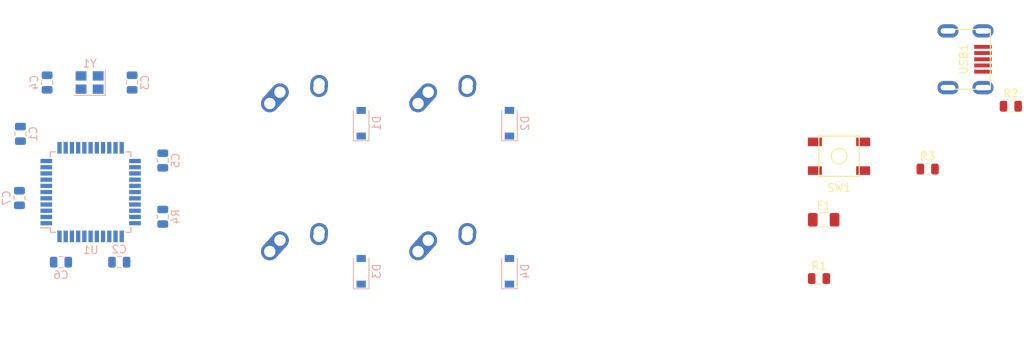
<source format=kicad_pcb>
(kicad_pcb (version 20171130) (host pcbnew "(5.1.4)-1")

  (general
    (thickness 1.6)
    (drawings 0)
    (tracks 0)
    (zones 0)
    (modules 24)
    (nets 49)
  )

  (page A4)
  (layers
    (0 F.Cu signal)
    (31 B.Cu signal)
    (32 B.Adhes user)
    (33 F.Adhes user)
    (34 B.Paste user)
    (35 F.Paste user)
    (36 B.SilkS user)
    (37 F.SilkS user)
    (38 B.Mask user)
    (39 F.Mask user)
    (40 Dwgs.User user)
    (41 Cmts.User user)
    (42 Eco1.User user)
    (43 Eco2.User user)
    (44 Edge.Cuts user)
    (45 Margin user)
    (46 B.CrtYd user)
    (47 F.CrtYd user)
    (48 B.Fab user)
    (49 F.Fab user)
  )

  (setup
    (last_trace_width 0.25)
    (trace_clearance 0.2)
    (zone_clearance 0.508)
    (zone_45_only no)
    (trace_min 0.2)
    (via_size 0.8)
    (via_drill 0.4)
    (via_min_size 0.4)
    (via_min_drill 0.3)
    (uvia_size 0.3)
    (uvia_drill 0.1)
    (uvias_allowed no)
    (uvia_min_size 0.2)
    (uvia_min_drill 0.1)
    (edge_width 0.05)
    (segment_width 0.2)
    (pcb_text_width 0.3)
    (pcb_text_size 1.5 1.5)
    (mod_edge_width 0.12)
    (mod_text_size 1 1)
    (mod_text_width 0.15)
    (pad_size 1.524 1.524)
    (pad_drill 0.762)
    (pad_to_mask_clearance 0.051)
    (solder_mask_min_width 0.25)
    (aux_axis_origin 0 0)
    (visible_elements 7FFFFFFF)
    (pcbplotparams
      (layerselection 0x010fc_ffffffff)
      (usegerberextensions false)
      (usegerberattributes false)
      (usegerberadvancedattributes false)
      (creategerberjobfile false)
      (excludeedgelayer true)
      (linewidth 0.100000)
      (plotframeref false)
      (viasonmask false)
      (mode 1)
      (useauxorigin false)
      (hpglpennumber 1)
      (hpglpenspeed 20)
      (hpglpendiameter 15.000000)
      (psnegative false)
      (psa4output false)
      (plotreference true)
      (plotvalue true)
      (plotinvisibletext false)
      (padsonsilk false)
      (subtractmaskfromsilk false)
      (outputformat 1)
      (mirror false)
      (drillshape 1)
      (scaleselection 1)
      (outputdirectory ""))
  )

  (net 0 "")
  (net 1 GND)
  (net 2 +5V)
  (net 3 "Net-(C3-Pad1)")
  (net 4 "Net-(C4-Pad1)")
  (net 5 "Net-(C7-Pad1)")
  (net 6 "Net-(D1-Pad2)")
  (net 7 ROW0)
  (net 8 "Net-(D2-Pad2)")
  (net 9 ROW1)
  (net 10 "Net-(D3-Pad2)")
  (net 11 "Net-(D4-Pad2)")
  (net 12 VCC)
  (net 13 COL0)
  (net 14 COL1)
  (net 15 D-)
  (net 16 "Net-(R1-Pad1)")
  (net 17 D+)
  (net 18 "Net-(R2-Pad1)")
  (net 19 "Net-(R3-Pad2)")
  (net 20 "Net-(R4-Pad2)")
  (net 21 "Net-(U1-Pad42)")
  (net 22 "Net-(U1-Pad41)")
  (net 23 "Net-(U1-Pad40)")
  (net 24 "Net-(U1-Pad39)")
  (net 25 "Net-(U1-Pad38)")
  (net 26 "Net-(U1-Pad37)")
  (net 27 "Net-(U1-Pad36)")
  (net 28 "Net-(U1-Pad32)")
  (net 29 "Net-(U1-Pad31)")
  (net 30 "Net-(U1-Pad30)")
  (net 31 "Net-(U1-Pad29)")
  (net 32 "Net-(U1-Pad28)")
  (net 33 "Net-(U1-Pad27)")
  (net 34 "Net-(U1-Pad26)")
  (net 35 "Net-(U1-Pad25)")
  (net 36 "Net-(U1-Pad22)")
  (net 37 "Net-(U1-Pad21)")
  (net 38 "Net-(U1-Pad20)")
  (net 39 "Net-(U1-Pad19)")
  (net 40 "Net-(U1-Pad18)")
  (net 41 "Net-(U1-Pad12)")
  (net 42 "Net-(U1-Pad11)")
  (net 43 "Net-(U1-Pad10)")
  (net 44 "Net-(U1-Pad9)")
  (net 45 "Net-(U1-Pad8)")
  (net 46 "Net-(U1-Pad1)")
  (net 47 "Net-(USB1-Pad6)")
  (net 48 "Net-(USB1-Pad2)")

  (net_class Default "This is the default net class."
    (clearance 0.2)
    (trace_width 0.25)
    (via_dia 0.8)
    (via_drill 0.4)
    (uvia_dia 0.3)
    (uvia_drill 0.1)
    (add_net +5V)
    (add_net COL0)
    (add_net COL1)
    (add_net D+)
    (add_net D-)
    (add_net GND)
    (add_net "Net-(C3-Pad1)")
    (add_net "Net-(C4-Pad1)")
    (add_net "Net-(C7-Pad1)")
    (add_net "Net-(D1-Pad2)")
    (add_net "Net-(D2-Pad2)")
    (add_net "Net-(D3-Pad2)")
    (add_net "Net-(D4-Pad2)")
    (add_net "Net-(R1-Pad1)")
    (add_net "Net-(R2-Pad1)")
    (add_net "Net-(R3-Pad2)")
    (add_net "Net-(R4-Pad2)")
    (add_net "Net-(U1-Pad1)")
    (add_net "Net-(U1-Pad10)")
    (add_net "Net-(U1-Pad11)")
    (add_net "Net-(U1-Pad12)")
    (add_net "Net-(U1-Pad18)")
    (add_net "Net-(U1-Pad19)")
    (add_net "Net-(U1-Pad20)")
    (add_net "Net-(U1-Pad21)")
    (add_net "Net-(U1-Pad22)")
    (add_net "Net-(U1-Pad25)")
    (add_net "Net-(U1-Pad26)")
    (add_net "Net-(U1-Pad27)")
    (add_net "Net-(U1-Pad28)")
    (add_net "Net-(U1-Pad29)")
    (add_net "Net-(U1-Pad30)")
    (add_net "Net-(U1-Pad31)")
    (add_net "Net-(U1-Pad32)")
    (add_net "Net-(U1-Pad36)")
    (add_net "Net-(U1-Pad37)")
    (add_net "Net-(U1-Pad38)")
    (add_net "Net-(U1-Pad39)")
    (add_net "Net-(U1-Pad40)")
    (add_net "Net-(U1-Pad41)")
    (add_net "Net-(U1-Pad42)")
    (add_net "Net-(U1-Pad8)")
    (add_net "Net-(U1-Pad9)")
    (add_net "Net-(USB1-Pad2)")
    (add_net "Net-(USB1-Pad6)")
    (add_net ROW0)
    (add_net ROW1)
    (add_net VCC)
  )

  (module Crystal:Crystal_SMD_3225-4Pin_3.2x2.5mm (layer B.Cu) (tedit 5A0FD1B2) (tstamp 605AF8CC)
    (at 65.913 59.055 180)
    (descr "SMD Crystal SERIES SMD3225/4 http://www.txccrystal.com/images/pdf/7m-accuracy.pdf, 3.2x2.5mm^2 package")
    (tags "SMD SMT crystal")
    (path /605614D3)
    (attr smd)
    (fp_text reference Y1 (at 0 2.45) (layer B.SilkS)
      (effects (font (size 1 1) (thickness 0.15)) (justify mirror))
    )
    (fp_text value 16MHz (at 0 -2.45) (layer B.Fab)
      (effects (font (size 1 1) (thickness 0.15)) (justify mirror))
    )
    (fp_line (start 2.1 1.7) (end -2.1 1.7) (layer B.CrtYd) (width 0.05))
    (fp_line (start 2.1 -1.7) (end 2.1 1.7) (layer B.CrtYd) (width 0.05))
    (fp_line (start -2.1 -1.7) (end 2.1 -1.7) (layer B.CrtYd) (width 0.05))
    (fp_line (start -2.1 1.7) (end -2.1 -1.7) (layer B.CrtYd) (width 0.05))
    (fp_line (start -2 -1.65) (end 2 -1.65) (layer B.SilkS) (width 0.12))
    (fp_line (start -2 1.65) (end -2 -1.65) (layer B.SilkS) (width 0.12))
    (fp_line (start -1.6 -0.25) (end -0.6 -1.25) (layer B.Fab) (width 0.1))
    (fp_line (start 1.6 1.25) (end -1.6 1.25) (layer B.Fab) (width 0.1))
    (fp_line (start 1.6 -1.25) (end 1.6 1.25) (layer B.Fab) (width 0.1))
    (fp_line (start -1.6 -1.25) (end 1.6 -1.25) (layer B.Fab) (width 0.1))
    (fp_line (start -1.6 1.25) (end -1.6 -1.25) (layer B.Fab) (width 0.1))
    (fp_text user %R (at 0 0) (layer B.Fab)
      (effects (font (size 0.7 0.7) (thickness 0.105)) (justify mirror))
    )
    (pad 4 smd rect (at -1.1 0.85 180) (size 1.4 1.2) (layers B.Cu B.Paste B.Mask)
      (net 1 GND))
    (pad 3 smd rect (at 1.1 0.85 180) (size 1.4 1.2) (layers B.Cu B.Paste B.Mask)
      (net 4 "Net-(C4-Pad1)"))
    (pad 2 smd rect (at 1.1 -0.85 180) (size 1.4 1.2) (layers B.Cu B.Paste B.Mask)
      (net 1 GND))
    (pad 1 smd rect (at -1.1 -0.85 180) (size 1.4 1.2) (layers B.Cu B.Paste B.Mask)
      (net 3 "Net-(C3-Pad1)"))
    (model ${KISYS3DMOD}/Crystal.3dshapes/Crystal_SMD_3225-4Pin_3.2x2.5mm.wrl
      (at (xyz 0 0 0))
      (scale (xyz 1 1 1))
      (rotate (xyz 0 0 0))
    )
  )

  (module random-keyboard-parts:Molex-0548190589 (layer F.Cu) (tedit 5C494815) (tstamp 605AF8B8)
    (at 176.2 56.0595)
    (path /60549449)
    (attr smd)
    (fp_text reference USB1 (at 2.032 0 90) (layer F.SilkS)
      (effects (font (size 1 1) (thickness 0.15)))
    )
    (fp_text value Molex-0548190589 (at -5.08 0 90) (layer Dwgs.User)
      (effects (font (size 1 1) (thickness 0.15)))
    )
    (fp_text user %R (at 2 0 90) (layer F.CrtYd)
      (effects (font (size 1 1) (thickness 0.15)))
    )
    (fp_line (start 3.25 -1.25) (end 5.5 -1.25) (layer F.CrtYd) (width 0.15))
    (fp_line (start 5.5 -0.5) (end 3.25 -0.5) (layer F.CrtYd) (width 0.15))
    (fp_line (start 3.25 0.5) (end 5.5 0.5) (layer F.CrtYd) (width 0.15))
    (fp_line (start 5.5 1.25) (end 3.25 1.25) (layer F.CrtYd) (width 0.15))
    (fp_line (start 3.25 2) (end 5.5 2) (layer F.CrtYd) (width 0.15))
    (fp_line (start 3.25 -2) (end 3.25 2) (layer F.CrtYd) (width 0.15))
    (fp_line (start 5.5 -2) (end 3.25 -2) (layer F.CrtYd) (width 0.15))
    (fp_line (start -3.75 3.75) (end -3.75 -3.75) (layer F.CrtYd) (width 0.15))
    (fp_line (start 5.5 3.75) (end -3.75 3.75) (layer F.CrtYd) (width 0.15))
    (fp_line (start 5.5 -3.75) (end 5.5 3.75) (layer F.CrtYd) (width 0.15))
    (fp_line (start -3.75 -3.75) (end 5.5 -3.75) (layer F.CrtYd) (width 0.15))
    (fp_line (start 0 -3.85) (end 5.45 -3.85) (layer F.SilkS) (width 0.15))
    (fp_line (start 0 3.85) (end 5.45 3.85) (layer F.SilkS) (width 0.15))
    (fp_line (start 5.45 -3.85) (end 5.45 3.85) (layer F.SilkS) (width 0.15))
    (fp_line (start -3.75 -3.85) (end 0 -3.85) (layer Dwgs.User) (width 0.15))
    (fp_line (start -3.75 3.85) (end 0 3.85) (layer Dwgs.User) (width 0.15))
    (fp_line (start -1.75 -4.572) (end -1.75 4.572) (layer Dwgs.User) (width 0.15))
    (fp_line (start -3.75 -3.85) (end -3.75 3.85) (layer Dwgs.User) (width 0.15))
    (pad 6 thru_hole oval (at 0 -3.65) (size 2.7 1.7) (drill oval 1.9 0.7) (layers *.Cu *.Mask)
      (net 47 "Net-(USB1-Pad6)"))
    (pad 6 thru_hole oval (at 0 3.65) (size 2.7 1.7) (drill oval 1.9 0.7) (layers *.Cu *.Mask)
      (net 47 "Net-(USB1-Pad6)"))
    (pad 6 thru_hole oval (at 4.5 3.65) (size 2.7 1.7) (drill oval 1.9 0.7) (layers *.Cu *.Mask)
      (net 47 "Net-(USB1-Pad6)"))
    (pad 6 thru_hole oval (at 4.5 -3.65) (size 2.7 1.7) (drill oval 1.9 0.7) (layers *.Cu *.Mask)
      (net 47 "Net-(USB1-Pad6)"))
    (pad 5 smd rect (at 4.5 -1.6) (size 2.25 0.5) (layers F.Cu F.Paste F.Mask)
      (net 12 VCC))
    (pad 4 smd rect (at 4.5 -0.8) (size 2.25 0.5) (layers F.Cu F.Paste F.Mask)
      (net 15 D-))
    (pad 3 smd rect (at 4.5 0) (size 2.25 0.5) (layers F.Cu F.Paste F.Mask)
      (net 17 D+))
    (pad 2 smd rect (at 4.5 0.8) (size 2.25 0.5) (layers F.Cu F.Paste F.Mask)
      (net 48 "Net-(USB1-Pad2)"))
    (pad 1 smd rect (at 4.5 1.6) (size 2.25 0.5) (layers F.Cu F.Paste F.Mask)
      (net 1 GND))
  )

  (module Package_QFP:TQFP-44_10x10mm_P0.8mm (layer B.Cu) (tedit 5A02F146) (tstamp 605AF898)
    (at 66.04 73.152)
    (descr "44-Lead Plastic Thin Quad Flatpack (PT) - 10x10x1.0 mm Body [TQFP] (see Microchip Packaging Specification 00000049BS.pdf)")
    (tags "QFP 0.8")
    (path /60516142)
    (attr smd)
    (fp_text reference U1 (at 0 7.45) (layer B.SilkS)
      (effects (font (size 1 1) (thickness 0.15)) (justify mirror))
    )
    (fp_text value ATmega32U4-AU (at 0 -7.45) (layer B.Fab)
      (effects (font (size 1 1) (thickness 0.15)) (justify mirror))
    )
    (fp_line (start -5.175 4.6) (end -6.45 4.6) (layer B.SilkS) (width 0.15))
    (fp_line (start 5.175 5.175) (end 4.5 5.175) (layer B.SilkS) (width 0.15))
    (fp_line (start 5.175 -5.175) (end 4.5 -5.175) (layer B.SilkS) (width 0.15))
    (fp_line (start -5.175 -5.175) (end -4.5 -5.175) (layer B.SilkS) (width 0.15))
    (fp_line (start -5.175 5.175) (end -4.5 5.175) (layer B.SilkS) (width 0.15))
    (fp_line (start -5.175 -5.175) (end -5.175 -4.5) (layer B.SilkS) (width 0.15))
    (fp_line (start 5.175 -5.175) (end 5.175 -4.5) (layer B.SilkS) (width 0.15))
    (fp_line (start 5.175 5.175) (end 5.175 4.5) (layer B.SilkS) (width 0.15))
    (fp_line (start -5.175 5.175) (end -5.175 4.6) (layer B.SilkS) (width 0.15))
    (fp_line (start -6.7 -6.7) (end 6.7 -6.7) (layer B.CrtYd) (width 0.05))
    (fp_line (start -6.7 6.7) (end 6.7 6.7) (layer B.CrtYd) (width 0.05))
    (fp_line (start 6.7 6.7) (end 6.7 -6.7) (layer B.CrtYd) (width 0.05))
    (fp_line (start -6.7 6.7) (end -6.7 -6.7) (layer B.CrtYd) (width 0.05))
    (fp_line (start -5 4) (end -4 5) (layer B.Fab) (width 0.15))
    (fp_line (start -5 -5) (end -5 4) (layer B.Fab) (width 0.15))
    (fp_line (start 5 -5) (end -5 -5) (layer B.Fab) (width 0.15))
    (fp_line (start 5 5) (end 5 -5) (layer B.Fab) (width 0.15))
    (fp_line (start -4 5) (end 5 5) (layer B.Fab) (width 0.15))
    (fp_text user %R (at 0 0) (layer B.Fab)
      (effects (font (size 1 1) (thickness 0.15)) (justify mirror))
    )
    (pad 44 smd rect (at -4 5.7 270) (size 1.5 0.55) (layers B.Cu B.Paste B.Mask)
      (net 2 +5V))
    (pad 43 smd rect (at -3.2 5.7 270) (size 1.5 0.55) (layers B.Cu B.Paste B.Mask)
      (net 1 GND))
    (pad 42 smd rect (at -2.4 5.7 270) (size 1.5 0.55) (layers B.Cu B.Paste B.Mask)
      (net 21 "Net-(U1-Pad42)"))
    (pad 41 smd rect (at -1.6 5.7 270) (size 1.5 0.55) (layers B.Cu B.Paste B.Mask)
      (net 22 "Net-(U1-Pad41)"))
    (pad 40 smd rect (at -0.8 5.7 270) (size 1.5 0.55) (layers B.Cu B.Paste B.Mask)
      (net 23 "Net-(U1-Pad40)"))
    (pad 39 smd rect (at 0 5.7 270) (size 1.5 0.55) (layers B.Cu B.Paste B.Mask)
      (net 24 "Net-(U1-Pad39)"))
    (pad 38 smd rect (at 0.8 5.7 270) (size 1.5 0.55) (layers B.Cu B.Paste B.Mask)
      (net 25 "Net-(U1-Pad38)"))
    (pad 37 smd rect (at 1.6 5.7 270) (size 1.5 0.55) (layers B.Cu B.Paste B.Mask)
      (net 26 "Net-(U1-Pad37)"))
    (pad 36 smd rect (at 2.4 5.7 270) (size 1.5 0.55) (layers B.Cu B.Paste B.Mask)
      (net 27 "Net-(U1-Pad36)"))
    (pad 35 smd rect (at 3.2 5.7 270) (size 1.5 0.55) (layers B.Cu B.Paste B.Mask)
      (net 1 GND))
    (pad 34 smd rect (at 4 5.7 270) (size 1.5 0.55) (layers B.Cu B.Paste B.Mask)
      (net 2 +5V))
    (pad 33 smd rect (at 5.7 4) (size 1.5 0.55) (layers B.Cu B.Paste B.Mask)
      (net 20 "Net-(R4-Pad2)"))
    (pad 32 smd rect (at 5.7 3.2) (size 1.5 0.55) (layers B.Cu B.Paste B.Mask)
      (net 28 "Net-(U1-Pad32)"))
    (pad 31 smd rect (at 5.7 2.4) (size 1.5 0.55) (layers B.Cu B.Paste B.Mask)
      (net 29 "Net-(U1-Pad31)"))
    (pad 30 smd rect (at 5.7 1.6) (size 1.5 0.55) (layers B.Cu B.Paste B.Mask)
      (net 30 "Net-(U1-Pad30)"))
    (pad 29 smd rect (at 5.7 0.8) (size 1.5 0.55) (layers B.Cu B.Paste B.Mask)
      (net 31 "Net-(U1-Pad29)"))
    (pad 28 smd rect (at 5.7 0) (size 1.5 0.55) (layers B.Cu B.Paste B.Mask)
      (net 32 "Net-(U1-Pad28)"))
    (pad 27 smd rect (at 5.7 -0.8) (size 1.5 0.55) (layers B.Cu B.Paste B.Mask)
      (net 33 "Net-(U1-Pad27)"))
    (pad 26 smd rect (at 5.7 -1.6) (size 1.5 0.55) (layers B.Cu B.Paste B.Mask)
      (net 34 "Net-(U1-Pad26)"))
    (pad 25 smd rect (at 5.7 -2.4) (size 1.5 0.55) (layers B.Cu B.Paste B.Mask)
      (net 35 "Net-(U1-Pad25)"))
    (pad 24 smd rect (at 5.7 -3.2) (size 1.5 0.55) (layers B.Cu B.Paste B.Mask)
      (net 2 +5V))
    (pad 23 smd rect (at 5.7 -4) (size 1.5 0.55) (layers B.Cu B.Paste B.Mask)
      (net 1 GND))
    (pad 22 smd rect (at 4 -5.7 270) (size 1.5 0.55) (layers B.Cu B.Paste B.Mask)
      (net 36 "Net-(U1-Pad22)"))
    (pad 21 smd rect (at 3.2 -5.7 270) (size 1.5 0.55) (layers B.Cu B.Paste B.Mask)
      (net 37 "Net-(U1-Pad21)"))
    (pad 20 smd rect (at 2.4 -5.7 270) (size 1.5 0.55) (layers B.Cu B.Paste B.Mask)
      (net 38 "Net-(U1-Pad20)"))
    (pad 19 smd rect (at 1.6 -5.7 270) (size 1.5 0.55) (layers B.Cu B.Paste B.Mask)
      (net 39 "Net-(U1-Pad19)"))
    (pad 18 smd rect (at 0.8 -5.7 270) (size 1.5 0.55) (layers B.Cu B.Paste B.Mask)
      (net 40 "Net-(U1-Pad18)"))
    (pad 17 smd rect (at 0 -5.7 270) (size 1.5 0.55) (layers B.Cu B.Paste B.Mask)
      (net 3 "Net-(C3-Pad1)"))
    (pad 16 smd rect (at -0.8 -5.7 270) (size 1.5 0.55) (layers B.Cu B.Paste B.Mask)
      (net 4 "Net-(C4-Pad1)"))
    (pad 15 smd rect (at -1.6 -5.7 270) (size 1.5 0.55) (layers B.Cu B.Paste B.Mask)
      (net 1 GND))
    (pad 14 smd rect (at -2.4 -5.7 270) (size 1.5 0.55) (layers B.Cu B.Paste B.Mask)
      (net 2 +5V))
    (pad 13 smd rect (at -3.2 -5.7 270) (size 1.5 0.55) (layers B.Cu B.Paste B.Mask)
      (net 19 "Net-(R3-Pad2)"))
    (pad 12 smd rect (at -4 -5.7 270) (size 1.5 0.55) (layers B.Cu B.Paste B.Mask)
      (net 41 "Net-(U1-Pad12)"))
    (pad 11 smd rect (at -5.7 -4) (size 1.5 0.55) (layers B.Cu B.Paste B.Mask)
      (net 42 "Net-(U1-Pad11)"))
    (pad 10 smd rect (at -5.7 -3.2) (size 1.5 0.55) (layers B.Cu B.Paste B.Mask)
      (net 43 "Net-(U1-Pad10)"))
    (pad 9 smd rect (at -5.7 -2.4) (size 1.5 0.55) (layers B.Cu B.Paste B.Mask)
      (net 44 "Net-(U1-Pad9)"))
    (pad 8 smd rect (at -5.7 -1.6) (size 1.5 0.55) (layers B.Cu B.Paste B.Mask)
      (net 45 "Net-(U1-Pad8)"))
    (pad 7 smd rect (at -5.7 -0.8) (size 1.5 0.55) (layers B.Cu B.Paste B.Mask)
      (net 2 +5V))
    (pad 6 smd rect (at -5.7 0) (size 1.5 0.55) (layers B.Cu B.Paste B.Mask)
      (net 5 "Net-(C7-Pad1)"))
    (pad 5 smd rect (at -5.7 0.8) (size 1.5 0.55) (layers B.Cu B.Paste B.Mask)
      (net 1 GND))
    (pad 4 smd rect (at -5.7 1.6) (size 1.5 0.55) (layers B.Cu B.Paste B.Mask)
      (net 18 "Net-(R2-Pad1)"))
    (pad 3 smd rect (at -5.7 2.4) (size 1.5 0.55) (layers B.Cu B.Paste B.Mask)
      (net 16 "Net-(R1-Pad1)"))
    (pad 2 smd rect (at -5.7 3.2) (size 1.5 0.55) (layers B.Cu B.Paste B.Mask)
      (net 2 +5V))
    (pad 1 smd rect (at -5.7 4) (size 1.5 0.55) (layers B.Cu B.Paste B.Mask)
      (net 46 "Net-(U1-Pad1)"))
    (model ${KISYS3DMOD}/Package_QFP.3dshapes/TQFP-44_10x10mm_P0.8mm.wrl
      (at (xyz 0 0 0))
      (scale (xyz 1 1 1))
      (rotate (xyz 0 0 0))
    )
  )

  (module random-keyboard-parts:SKQG-1155865 (layer F.Cu) (tedit 5E62B398) (tstamp 605AF855)
    (at 162.2 68.5375)
    (path /6056910D)
    (attr smd)
    (fp_text reference SW1 (at 0 4.064) (layer F.SilkS)
      (effects (font (size 1 1) (thickness 0.15)))
    )
    (fp_text value SW_Push (at 0 -4.064) (layer F.Fab)
      (effects (font (size 1 1) (thickness 0.15)))
    )
    (fp_line (start -2.6 -2.6) (end 2.6 -2.6) (layer F.SilkS) (width 0.15))
    (fp_line (start 2.6 -2.6) (end 2.6 2.6) (layer F.SilkS) (width 0.15))
    (fp_line (start 2.6 2.6) (end -2.6 2.6) (layer F.SilkS) (width 0.15))
    (fp_line (start -2.6 2.6) (end -2.6 -2.6) (layer F.SilkS) (width 0.15))
    (fp_circle (center 0 0) (end 1 0) (layer F.SilkS) (width 0.15))
    (fp_line (start -4.2 -2.6) (end 4.2 -2.6) (layer F.Fab) (width 0.15))
    (fp_line (start 4.2 -2.6) (end 4.2 -1.2) (layer F.Fab) (width 0.15))
    (fp_line (start 4.2 -1.1) (end 2.6 -1.1) (layer F.Fab) (width 0.15))
    (fp_line (start 2.6 -1.1) (end 2.6 1.1) (layer F.Fab) (width 0.15))
    (fp_line (start 2.6 1.1) (end 4.2 1.1) (layer F.Fab) (width 0.15))
    (fp_line (start 4.2 1.1) (end 4.2 2.6) (layer F.Fab) (width 0.15))
    (fp_line (start 4.2 2.6) (end -4.2 2.6) (layer F.Fab) (width 0.15))
    (fp_line (start -4.2 2.6) (end -4.2 1.1) (layer F.Fab) (width 0.15))
    (fp_line (start -4.2 1.1) (end -2.6 1.1) (layer F.Fab) (width 0.15))
    (fp_line (start -2.6 1.1) (end -2.6 -1.1) (layer F.Fab) (width 0.15))
    (fp_line (start -2.6 -1.1) (end -4.2 -1.1) (layer F.Fab) (width 0.15))
    (fp_line (start -4.2 -1.1) (end -4.2 -2.6) (layer F.Fab) (width 0.15))
    (fp_circle (center 0 0) (end 1 0) (layer F.Fab) (width 0.15))
    (fp_line (start -2.6 -1.1) (end -1.1 -2.6) (layer F.Fab) (width 0.15))
    (fp_line (start 2.6 -1.1) (end 1.1 -2.6) (layer F.Fab) (width 0.15))
    (fp_line (start 2.6 1.1) (end 1.1 2.6) (layer F.Fab) (width 0.15))
    (fp_line (start -2.6 1.1) (end -1.1 2.6) (layer F.Fab) (width 0.15))
    (pad 4 smd rect (at -3.1 1.85) (size 1.8 1.1) (layers F.Cu F.Paste F.Mask))
    (pad 3 smd rect (at 3.1 -1.85) (size 1.8 1.1) (layers F.Cu F.Paste F.Mask))
    (pad 2 smd rect (at -3.1 -1.85) (size 1.8 1.1) (layers F.Cu F.Paste F.Mask)
      (net 19 "Net-(R3-Pad2)"))
    (pad 1 smd rect (at 3.1 1.85) (size 1.8 1.1) (layers F.Cu F.Paste F.Mask)
      (net 1 GND))
    (model ${KISYS3DMOD}/Button_Switch_SMD.3dshapes/SW_SPST_TL3342.step
      (at (xyz 0 0 0))
      (scale (xyz 1 1 1))
      (rotate (xyz 0 0 0))
    )
  )

  (module Resistor_SMD:R_0805_2012Metric (layer B.Cu) (tedit 5B36C52B) (tstamp 605B1CF9)
    (at 75.311 76.327 90)
    (descr "Resistor SMD 0805 (2012 Metric), square (rectangular) end terminal, IPC_7351 nominal, (Body size source: https://docs.google.com/spreadsheets/d/1BsfQQcO9C6DZCsRaXUlFlo91Tg2WpOkGARC1WS5S8t0/edit?usp=sharing), generated with kicad-footprint-generator")
    (tags resistor)
    (path /6051D92A)
    (attr smd)
    (fp_text reference R4 (at 0 1.65 90) (layer B.SilkS)
      (effects (font (size 1 1) (thickness 0.15)) (justify mirror))
    )
    (fp_text value 10k (at 0 -1.65 90) (layer B.Fab)
      (effects (font (size 1 1) (thickness 0.15)) (justify mirror))
    )
    (fp_text user %R (at 0 0 90) (layer B.Fab)
      (effects (font (size 0.5 0.5) (thickness 0.08)) (justify mirror))
    )
    (fp_line (start 1.68 -0.95) (end -1.68 -0.95) (layer B.CrtYd) (width 0.05))
    (fp_line (start 1.68 0.95) (end 1.68 -0.95) (layer B.CrtYd) (width 0.05))
    (fp_line (start -1.68 0.95) (end 1.68 0.95) (layer B.CrtYd) (width 0.05))
    (fp_line (start -1.68 -0.95) (end -1.68 0.95) (layer B.CrtYd) (width 0.05))
    (fp_line (start -0.258578 -0.71) (end 0.258578 -0.71) (layer B.SilkS) (width 0.12))
    (fp_line (start -0.258578 0.71) (end 0.258578 0.71) (layer B.SilkS) (width 0.12))
    (fp_line (start 1 -0.6) (end -1 -0.6) (layer B.Fab) (width 0.1))
    (fp_line (start 1 0.6) (end 1 -0.6) (layer B.Fab) (width 0.1))
    (fp_line (start -1 0.6) (end 1 0.6) (layer B.Fab) (width 0.1))
    (fp_line (start -1 -0.6) (end -1 0.6) (layer B.Fab) (width 0.1))
    (pad 2 smd roundrect (at 0.9375 0 90) (size 0.975 1.4) (layers B.Cu B.Paste B.Mask) (roundrect_rratio 0.25)
      (net 20 "Net-(R4-Pad2)"))
    (pad 1 smd roundrect (at -0.9375 0 90) (size 0.975 1.4) (layers B.Cu B.Paste B.Mask) (roundrect_rratio 0.25)
      (net 1 GND))
    (model ${KISYS3DMOD}/Resistor_SMD.3dshapes/R_0805_2012Metric.wrl
      (at (xyz 0 0 0))
      (scale (xyz 1 1 1))
      (rotate (xyz 0 0 0))
    )
  )

  (module Resistor_SMD:R_0805_2012Metric (layer F.Cu) (tedit 5B36C52B) (tstamp 605AF826)
    (at 173.59 70.1875)
    (descr "Resistor SMD 0805 (2012 Metric), square (rectangular) end terminal, IPC_7351 nominal, (Body size source: https://docs.google.com/spreadsheets/d/1BsfQQcO9C6DZCsRaXUlFlo91Tg2WpOkGARC1WS5S8t0/edit?usp=sharing), generated with kicad-footprint-generator")
    (tags resistor)
    (path /60547516)
    (attr smd)
    (fp_text reference R3 (at 0 -1.65) (layer F.SilkS)
      (effects (font (size 1 1) (thickness 0.15)))
    )
    (fp_text value 10k (at 0 1.65) (layer F.Fab)
      (effects (font (size 1 1) (thickness 0.15)))
    )
    (fp_text user %R (at 0 0) (layer F.Fab)
      (effects (font (size 0.5 0.5) (thickness 0.08)))
    )
    (fp_line (start 1.68 0.95) (end -1.68 0.95) (layer F.CrtYd) (width 0.05))
    (fp_line (start 1.68 -0.95) (end 1.68 0.95) (layer F.CrtYd) (width 0.05))
    (fp_line (start -1.68 -0.95) (end 1.68 -0.95) (layer F.CrtYd) (width 0.05))
    (fp_line (start -1.68 0.95) (end -1.68 -0.95) (layer F.CrtYd) (width 0.05))
    (fp_line (start -0.258578 0.71) (end 0.258578 0.71) (layer F.SilkS) (width 0.12))
    (fp_line (start -0.258578 -0.71) (end 0.258578 -0.71) (layer F.SilkS) (width 0.12))
    (fp_line (start 1 0.6) (end -1 0.6) (layer F.Fab) (width 0.1))
    (fp_line (start 1 -0.6) (end 1 0.6) (layer F.Fab) (width 0.1))
    (fp_line (start -1 -0.6) (end 1 -0.6) (layer F.Fab) (width 0.1))
    (fp_line (start -1 0.6) (end -1 -0.6) (layer F.Fab) (width 0.1))
    (pad 2 smd roundrect (at 0.9375 0) (size 0.975 1.4) (layers F.Cu F.Paste F.Mask) (roundrect_rratio 0.25)
      (net 19 "Net-(R3-Pad2)"))
    (pad 1 smd roundrect (at -0.9375 0) (size 0.975 1.4) (layers F.Cu F.Paste F.Mask) (roundrect_rratio 0.25)
      (net 2 +5V))
    (model ${KISYS3DMOD}/Resistor_SMD.3dshapes/R_0805_2012Metric.wrl
      (at (xyz 0 0 0))
      (scale (xyz 1 1 1))
      (rotate (xyz 0 0 0))
    )
  )

  (module Resistor_SMD:R_0805_2012Metric (layer F.Cu) (tedit 5B36C52B) (tstamp 605AF815)
    (at 184.277 62.103)
    (descr "Resistor SMD 0805 (2012 Metric), square (rectangular) end terminal, IPC_7351 nominal, (Body size source: https://docs.google.com/spreadsheets/d/1BsfQQcO9C6DZCsRaXUlFlo91Tg2WpOkGARC1WS5S8t0/edit?usp=sharing), generated with kicad-footprint-generator")
    (tags resistor)
    (path /60520789)
    (attr smd)
    (fp_text reference R2 (at 0 -1.65) (layer F.SilkS)
      (effects (font (size 1 1) (thickness 0.15)))
    )
    (fp_text value 22 (at 0 1.65) (layer F.Fab)
      (effects (font (size 1 1) (thickness 0.15)))
    )
    (fp_text user %R (at 0 0) (layer F.Fab)
      (effects (font (size 0.5 0.5) (thickness 0.08)))
    )
    (fp_line (start 1.68 0.95) (end -1.68 0.95) (layer F.CrtYd) (width 0.05))
    (fp_line (start 1.68 -0.95) (end 1.68 0.95) (layer F.CrtYd) (width 0.05))
    (fp_line (start -1.68 -0.95) (end 1.68 -0.95) (layer F.CrtYd) (width 0.05))
    (fp_line (start -1.68 0.95) (end -1.68 -0.95) (layer F.CrtYd) (width 0.05))
    (fp_line (start -0.258578 0.71) (end 0.258578 0.71) (layer F.SilkS) (width 0.12))
    (fp_line (start -0.258578 -0.71) (end 0.258578 -0.71) (layer F.SilkS) (width 0.12))
    (fp_line (start 1 0.6) (end -1 0.6) (layer F.Fab) (width 0.1))
    (fp_line (start 1 -0.6) (end 1 0.6) (layer F.Fab) (width 0.1))
    (fp_line (start -1 -0.6) (end 1 -0.6) (layer F.Fab) (width 0.1))
    (fp_line (start -1 0.6) (end -1 -0.6) (layer F.Fab) (width 0.1))
    (pad 2 smd roundrect (at 0.9375 0) (size 0.975 1.4) (layers F.Cu F.Paste F.Mask) (roundrect_rratio 0.25)
      (net 17 D+))
    (pad 1 smd roundrect (at -0.9375 0) (size 0.975 1.4) (layers F.Cu F.Paste F.Mask) (roundrect_rratio 0.25)
      (net 18 "Net-(R2-Pad1)"))
    (model ${KISYS3DMOD}/Resistor_SMD.3dshapes/R_0805_2012Metric.wrl
      (at (xyz 0 0 0))
      (scale (xyz 1 1 1))
      (rotate (xyz 0 0 0))
    )
  )

  (module Resistor_SMD:R_0805_2012Metric (layer F.Cu) (tedit 5B36C52B) (tstamp 605AF804)
    (at 159.63 84.2775)
    (descr "Resistor SMD 0805 (2012 Metric), square (rectangular) end terminal, IPC_7351 nominal, (Body size source: https://docs.google.com/spreadsheets/d/1BsfQQcO9C6DZCsRaXUlFlo91Tg2WpOkGARC1WS5S8t0/edit?usp=sharing), generated with kicad-footprint-generator")
    (tags resistor)
    (path /605216C5)
    (attr smd)
    (fp_text reference R1 (at 0 -1.65) (layer F.SilkS)
      (effects (font (size 1 1) (thickness 0.15)))
    )
    (fp_text value 22 (at 0 1.65) (layer F.Fab)
      (effects (font (size 1 1) (thickness 0.15)))
    )
    (fp_text user %R (at 0 0) (layer F.Fab)
      (effects (font (size 0.5 0.5) (thickness 0.08)))
    )
    (fp_line (start 1.68 0.95) (end -1.68 0.95) (layer F.CrtYd) (width 0.05))
    (fp_line (start 1.68 -0.95) (end 1.68 0.95) (layer F.CrtYd) (width 0.05))
    (fp_line (start -1.68 -0.95) (end 1.68 -0.95) (layer F.CrtYd) (width 0.05))
    (fp_line (start -1.68 0.95) (end -1.68 -0.95) (layer F.CrtYd) (width 0.05))
    (fp_line (start -0.258578 0.71) (end 0.258578 0.71) (layer F.SilkS) (width 0.12))
    (fp_line (start -0.258578 -0.71) (end 0.258578 -0.71) (layer F.SilkS) (width 0.12))
    (fp_line (start 1 0.6) (end -1 0.6) (layer F.Fab) (width 0.1))
    (fp_line (start 1 -0.6) (end 1 0.6) (layer F.Fab) (width 0.1))
    (fp_line (start -1 -0.6) (end 1 -0.6) (layer F.Fab) (width 0.1))
    (fp_line (start -1 0.6) (end -1 -0.6) (layer F.Fab) (width 0.1))
    (pad 2 smd roundrect (at 0.9375 0) (size 0.975 1.4) (layers F.Cu F.Paste F.Mask) (roundrect_rratio 0.25)
      (net 15 D-))
    (pad 1 smd roundrect (at -0.9375 0) (size 0.975 1.4) (layers F.Cu F.Paste F.Mask) (roundrect_rratio 0.25)
      (net 16 "Net-(R1-Pad1)"))
    (model ${KISYS3DMOD}/Resistor_SMD.3dshapes/R_0805_2012Metric.wrl
      (at (xyz 0 0 0))
      (scale (xyz 1 1 1))
      (rotate (xyz 0 0 0))
    )
  )

  (module MX_Alps_Hybrid:MX-1U-NoLED (layer F.Cu) (tedit 5A9F5203) (tstamp 605B03DD)
    (at 111.91875 83.34375)
    (path /6055CA1B)
    (fp_text reference MX4 (at 0 3.175) (layer Dwgs.User)
      (effects (font (size 1 1) (thickness 0.15)))
    )
    (fp_text value MX-NoLED (at 0 -7.9375) (layer Dwgs.User)
      (effects (font (size 1 1) (thickness 0.15)))
    )
    (fp_line (start -9.525 9.525) (end -9.525 -9.525) (layer Dwgs.User) (width 0.15))
    (fp_line (start 9.525 9.525) (end -9.525 9.525) (layer Dwgs.User) (width 0.15))
    (fp_line (start 9.525 -9.525) (end 9.525 9.525) (layer Dwgs.User) (width 0.15))
    (fp_line (start -9.525 -9.525) (end 9.525 -9.525) (layer Dwgs.User) (width 0.15))
    (fp_line (start -7 -7) (end -7 -5) (layer Dwgs.User) (width 0.15))
    (fp_line (start -5 -7) (end -7 -7) (layer Dwgs.User) (width 0.15))
    (fp_line (start -7 7) (end -5 7) (layer Dwgs.User) (width 0.15))
    (fp_line (start -7 5) (end -7 7) (layer Dwgs.User) (width 0.15))
    (fp_line (start 7 7) (end 7 5) (layer Dwgs.User) (width 0.15))
    (fp_line (start 5 7) (end 7 7) (layer Dwgs.User) (width 0.15))
    (fp_line (start 7 -7) (end 7 -5) (layer Dwgs.User) (width 0.15))
    (fp_line (start 5 -7) (end 7 -7) (layer Dwgs.User) (width 0.15))
    (pad "" np_thru_hole circle (at 5.08 0 48.0996) (size 1.75 1.75) (drill 1.75) (layers *.Cu *.Mask))
    (pad "" np_thru_hole circle (at -5.08 0 48.0996) (size 1.75 1.75) (drill 1.75) (layers *.Cu *.Mask))
    (pad 1 thru_hole circle (at -2.5 -4) (size 2.25 2.25) (drill 1.47) (layers *.Cu B.Mask)
      (net 14 COL1))
    (pad "" np_thru_hole circle (at 0 0) (size 3.9878 3.9878) (drill 3.9878) (layers *.Cu *.Mask))
    (pad 1 thru_hole oval (at -3.81 -2.54 48.0996) (size 4.211556 2.25) (drill 1.47 (offset 0.980778 0)) (layers *.Cu B.Mask)
      (net 14 COL1))
    (pad 2 thru_hole circle (at 2.54 -5.08) (size 2.25 2.25) (drill 1.47) (layers *.Cu B.Mask)
      (net 11 "Net-(D4-Pad2)"))
    (pad 2 thru_hole oval (at 2.5 -4.5 86.0548) (size 2.831378 2.25) (drill 1.47 (offset 0.290689 0)) (layers *.Cu B.Mask)
      (net 11 "Net-(D4-Pad2)"))
  )

  (module MX_Alps_Hybrid:MX-1U-NoLED (layer F.Cu) (tedit 5A9F5203) (tstamp 605AF7DC)
    (at 111.91875 64.29375)
    (path /60559BA4)
    (fp_text reference MX2 (at 0 3.175) (layer Dwgs.User)
      (effects (font (size 1 1) (thickness 0.15)))
    )
    (fp_text value MX-NoLED (at 0 -7.9375) (layer Dwgs.User)
      (effects (font (size 1 1) (thickness 0.15)))
    )
    (fp_line (start -9.525 9.525) (end -9.525 -9.525) (layer Dwgs.User) (width 0.15))
    (fp_line (start 9.525 9.525) (end -9.525 9.525) (layer Dwgs.User) (width 0.15))
    (fp_line (start 9.525 -9.525) (end 9.525 9.525) (layer Dwgs.User) (width 0.15))
    (fp_line (start -9.525 -9.525) (end 9.525 -9.525) (layer Dwgs.User) (width 0.15))
    (fp_line (start -7 -7) (end -7 -5) (layer Dwgs.User) (width 0.15))
    (fp_line (start -5 -7) (end -7 -7) (layer Dwgs.User) (width 0.15))
    (fp_line (start -7 7) (end -5 7) (layer Dwgs.User) (width 0.15))
    (fp_line (start -7 5) (end -7 7) (layer Dwgs.User) (width 0.15))
    (fp_line (start 7 7) (end 7 5) (layer Dwgs.User) (width 0.15))
    (fp_line (start 5 7) (end 7 7) (layer Dwgs.User) (width 0.15))
    (fp_line (start 7 -7) (end 7 -5) (layer Dwgs.User) (width 0.15))
    (fp_line (start 5 -7) (end 7 -7) (layer Dwgs.User) (width 0.15))
    (pad "" np_thru_hole circle (at 5.08 0 48.0996) (size 1.75 1.75) (drill 1.75) (layers *.Cu *.Mask))
    (pad "" np_thru_hole circle (at -5.08 0 48.0996) (size 1.75 1.75) (drill 1.75) (layers *.Cu *.Mask))
    (pad 1 thru_hole circle (at -2.5 -4) (size 2.25 2.25) (drill 1.47) (layers *.Cu B.Mask)
      (net 14 COL1))
    (pad "" np_thru_hole circle (at 0 0) (size 3.9878 3.9878) (drill 3.9878) (layers *.Cu *.Mask))
    (pad 1 thru_hole oval (at -3.81 -2.54 48.0996) (size 4.211556 2.25) (drill 1.47 (offset 0.980778 0)) (layers *.Cu B.Mask)
      (net 14 COL1))
    (pad 2 thru_hole circle (at 2.54 -5.08) (size 2.25 2.25) (drill 1.47) (layers *.Cu B.Mask)
      (net 8 "Net-(D2-Pad2)"))
    (pad 2 thru_hole oval (at 2.5 -4.5 86.0548) (size 2.831378 2.25) (drill 1.47 (offset 0.290689 0)) (layers *.Cu B.Mask)
      (net 8 "Net-(D2-Pad2)"))
  )

  (module MX_Alps_Hybrid:MX-1U-NoLED (layer F.Cu) (tedit 5A9F5203) (tstamp 605AF7C5)
    (at 92.86875 83.34375)
    (path /6055B869)
    (fp_text reference MX3 (at 0 3.175) (layer Dwgs.User)
      (effects (font (size 1 1) (thickness 0.15)))
    )
    (fp_text value MX-NoLED (at 0 -7.9375) (layer Dwgs.User)
      (effects (font (size 1 1) (thickness 0.15)))
    )
    (fp_line (start -9.525 9.525) (end -9.525 -9.525) (layer Dwgs.User) (width 0.15))
    (fp_line (start 9.525 9.525) (end -9.525 9.525) (layer Dwgs.User) (width 0.15))
    (fp_line (start 9.525 -9.525) (end 9.525 9.525) (layer Dwgs.User) (width 0.15))
    (fp_line (start -9.525 -9.525) (end 9.525 -9.525) (layer Dwgs.User) (width 0.15))
    (fp_line (start -7 -7) (end -7 -5) (layer Dwgs.User) (width 0.15))
    (fp_line (start -5 -7) (end -7 -7) (layer Dwgs.User) (width 0.15))
    (fp_line (start -7 7) (end -5 7) (layer Dwgs.User) (width 0.15))
    (fp_line (start -7 5) (end -7 7) (layer Dwgs.User) (width 0.15))
    (fp_line (start 7 7) (end 7 5) (layer Dwgs.User) (width 0.15))
    (fp_line (start 5 7) (end 7 7) (layer Dwgs.User) (width 0.15))
    (fp_line (start 7 -7) (end 7 -5) (layer Dwgs.User) (width 0.15))
    (fp_line (start 5 -7) (end 7 -7) (layer Dwgs.User) (width 0.15))
    (pad "" np_thru_hole circle (at 5.08 0 48.0996) (size 1.75 1.75) (drill 1.75) (layers *.Cu *.Mask))
    (pad "" np_thru_hole circle (at -5.08 0 48.0996) (size 1.75 1.75) (drill 1.75) (layers *.Cu *.Mask))
    (pad 1 thru_hole circle (at -2.5 -4) (size 2.25 2.25) (drill 1.47) (layers *.Cu B.Mask)
      (net 13 COL0))
    (pad "" np_thru_hole circle (at 0 0) (size 3.9878 3.9878) (drill 3.9878) (layers *.Cu *.Mask))
    (pad 1 thru_hole oval (at -3.81 -2.54 48.0996) (size 4.211556 2.25) (drill 1.47 (offset 0.980778 0)) (layers *.Cu B.Mask)
      (net 13 COL0))
    (pad 2 thru_hole circle (at 2.54 -5.08) (size 2.25 2.25) (drill 1.47) (layers *.Cu B.Mask)
      (net 10 "Net-(D3-Pad2)"))
    (pad 2 thru_hole oval (at 2.5 -4.5 86.0548) (size 2.831378 2.25) (drill 1.47 (offset 0.290689 0)) (layers *.Cu B.Mask)
      (net 10 "Net-(D3-Pad2)"))
  )

  (module MX_Alps_Hybrid:MX-1U-NoLED (layer F.Cu) (tedit 5A9F5203) (tstamp 605AF7AE)
    (at 92.86875 64.29375)
    (path /60553516)
    (fp_text reference MX1 (at 0 3.175) (layer Dwgs.User)
      (effects (font (size 1 1) (thickness 0.15)))
    )
    (fp_text value MX-NoLED (at 0 -7.9375) (layer Dwgs.User)
      (effects (font (size 1 1) (thickness 0.15)))
    )
    (fp_line (start -9.525 9.525) (end -9.525 -9.525) (layer Dwgs.User) (width 0.15))
    (fp_line (start 9.525 9.525) (end -9.525 9.525) (layer Dwgs.User) (width 0.15))
    (fp_line (start 9.525 -9.525) (end 9.525 9.525) (layer Dwgs.User) (width 0.15))
    (fp_line (start -9.525 -9.525) (end 9.525 -9.525) (layer Dwgs.User) (width 0.15))
    (fp_line (start -7 -7) (end -7 -5) (layer Dwgs.User) (width 0.15))
    (fp_line (start -5 -7) (end -7 -7) (layer Dwgs.User) (width 0.15))
    (fp_line (start -7 7) (end -5 7) (layer Dwgs.User) (width 0.15))
    (fp_line (start -7 5) (end -7 7) (layer Dwgs.User) (width 0.15))
    (fp_line (start 7 7) (end 7 5) (layer Dwgs.User) (width 0.15))
    (fp_line (start 5 7) (end 7 7) (layer Dwgs.User) (width 0.15))
    (fp_line (start 7 -7) (end 7 -5) (layer Dwgs.User) (width 0.15))
    (fp_line (start 5 -7) (end 7 -7) (layer Dwgs.User) (width 0.15))
    (pad "" np_thru_hole circle (at 5.08 0 48.0996) (size 1.75 1.75) (drill 1.75) (layers *.Cu *.Mask))
    (pad "" np_thru_hole circle (at -5.08 0 48.0996) (size 1.75 1.75) (drill 1.75) (layers *.Cu *.Mask))
    (pad 1 thru_hole circle (at -2.5 -4) (size 2.25 2.25) (drill 1.47) (layers *.Cu B.Mask)
      (net 13 COL0))
    (pad "" np_thru_hole circle (at 0 0) (size 3.9878 3.9878) (drill 3.9878) (layers *.Cu *.Mask))
    (pad 1 thru_hole oval (at -3.81 -2.54 48.0996) (size 4.211556 2.25) (drill 1.47 (offset 0.980778 0)) (layers *.Cu B.Mask)
      (net 13 COL0))
    (pad 2 thru_hole circle (at 2.54 -5.08) (size 2.25 2.25) (drill 1.47) (layers *.Cu B.Mask)
      (net 6 "Net-(D1-Pad2)"))
    (pad 2 thru_hole oval (at 2.5 -4.5 86.0548) (size 2.831378 2.25) (drill 1.47 (offset 0.290689 0)) (layers *.Cu B.Mask)
      (net 6 "Net-(D1-Pad2)"))
  )

  (module Fuse:Fuse_1206_3216Metric (layer F.Cu) (tedit 5B301BBE) (tstamp 605AF797)
    (at 160.23 76.7075)
    (descr "Fuse SMD 1206 (3216 Metric), square (rectangular) end terminal, IPC_7351 nominal, (Body size source: http://www.tortai-tech.com/upload/download/2011102023233369053.pdf), generated with kicad-footprint-generator")
    (tags resistor)
    (path /6054A1E4)
    (attr smd)
    (fp_text reference F1 (at 0 -1.82) (layer F.SilkS)
      (effects (font (size 1 1) (thickness 0.15)))
    )
    (fp_text value 500mA (at 0 1.82) (layer F.Fab)
      (effects (font (size 1 1) (thickness 0.15)))
    )
    (fp_text user %R (at 0 0) (layer F.Fab)
      (effects (font (size 0.8 0.8) (thickness 0.12)))
    )
    (fp_line (start 2.28 1.12) (end -2.28 1.12) (layer F.CrtYd) (width 0.05))
    (fp_line (start 2.28 -1.12) (end 2.28 1.12) (layer F.CrtYd) (width 0.05))
    (fp_line (start -2.28 -1.12) (end 2.28 -1.12) (layer F.CrtYd) (width 0.05))
    (fp_line (start -2.28 1.12) (end -2.28 -1.12) (layer F.CrtYd) (width 0.05))
    (fp_line (start -0.602064 0.91) (end 0.602064 0.91) (layer F.SilkS) (width 0.12))
    (fp_line (start -0.602064 -0.91) (end 0.602064 -0.91) (layer F.SilkS) (width 0.12))
    (fp_line (start 1.6 0.8) (end -1.6 0.8) (layer F.Fab) (width 0.1))
    (fp_line (start 1.6 -0.8) (end 1.6 0.8) (layer F.Fab) (width 0.1))
    (fp_line (start -1.6 -0.8) (end 1.6 -0.8) (layer F.Fab) (width 0.1))
    (fp_line (start -1.6 0.8) (end -1.6 -0.8) (layer F.Fab) (width 0.1))
    (pad 2 smd roundrect (at 1.4 0) (size 1.25 1.75) (layers F.Cu F.Paste F.Mask) (roundrect_rratio 0.2)
      (net 12 VCC))
    (pad 1 smd roundrect (at -1.4 0) (size 1.25 1.75) (layers F.Cu F.Paste F.Mask) (roundrect_rratio 0.2)
      (net 2 +5V))
    (model ${KISYS3DMOD}/Fuse.3dshapes/Fuse_1206_3216Metric.wrl
      (at (xyz 0 0 0))
      (scale (xyz 1 1 1))
      (rotate (xyz 0 0 0))
    )
  )

  (module Diode_SMD:D_SOD-123 (layer B.Cu) (tedit 58645DC7) (tstamp 605AF786)
    (at 119.85625 83.34375 90)
    (descr SOD-123)
    (tags SOD-123)
    (path /6055CA21)
    (attr smd)
    (fp_text reference D4 (at 0 2 90) (layer B.SilkS)
      (effects (font (size 1 1) (thickness 0.15)) (justify mirror))
    )
    (fp_text value D_Small (at 0 -2.1 90) (layer B.Fab)
      (effects (font (size 1 1) (thickness 0.15)) (justify mirror))
    )
    (fp_line (start -2.25 1) (end 1.65 1) (layer B.SilkS) (width 0.12))
    (fp_line (start -2.25 -1) (end 1.65 -1) (layer B.SilkS) (width 0.12))
    (fp_line (start -2.35 1.15) (end -2.35 -1.15) (layer B.CrtYd) (width 0.05))
    (fp_line (start 2.35 -1.15) (end -2.35 -1.15) (layer B.CrtYd) (width 0.05))
    (fp_line (start 2.35 1.15) (end 2.35 -1.15) (layer B.CrtYd) (width 0.05))
    (fp_line (start -2.35 1.15) (end 2.35 1.15) (layer B.CrtYd) (width 0.05))
    (fp_line (start -1.4 0.9) (end 1.4 0.9) (layer B.Fab) (width 0.1))
    (fp_line (start 1.4 0.9) (end 1.4 -0.9) (layer B.Fab) (width 0.1))
    (fp_line (start 1.4 -0.9) (end -1.4 -0.9) (layer B.Fab) (width 0.1))
    (fp_line (start -1.4 -0.9) (end -1.4 0.9) (layer B.Fab) (width 0.1))
    (fp_line (start -0.75 0) (end -0.35 0) (layer B.Fab) (width 0.1))
    (fp_line (start -0.35 0) (end -0.35 0.55) (layer B.Fab) (width 0.1))
    (fp_line (start -0.35 0) (end -0.35 -0.55) (layer B.Fab) (width 0.1))
    (fp_line (start -0.35 0) (end 0.25 0.4) (layer B.Fab) (width 0.1))
    (fp_line (start 0.25 0.4) (end 0.25 -0.4) (layer B.Fab) (width 0.1))
    (fp_line (start 0.25 -0.4) (end -0.35 0) (layer B.Fab) (width 0.1))
    (fp_line (start 0.25 0) (end 0.75 0) (layer B.Fab) (width 0.1))
    (fp_line (start -2.25 1) (end -2.25 -1) (layer B.SilkS) (width 0.12))
    (fp_text user %R (at 0 2 90) (layer B.Fab)
      (effects (font (size 1 1) (thickness 0.15)) (justify mirror))
    )
    (pad 2 smd rect (at 1.65 0 90) (size 0.9 1.2) (layers B.Cu B.Paste B.Mask)
      (net 11 "Net-(D4-Pad2)"))
    (pad 1 smd rect (at -1.65 0 90) (size 0.9 1.2) (layers B.Cu B.Paste B.Mask)
      (net 9 ROW1))
    (model ${KISYS3DMOD}/Diode_SMD.3dshapes/D_SOD-123.wrl
      (at (xyz 0 0 0))
      (scale (xyz 1 1 1))
      (rotate (xyz 0 0 0))
    )
  )

  (module Diode_SMD:D_SOD-123 (layer B.Cu) (tedit 58645DC7) (tstamp 605AF76D)
    (at 119.85625 64.29375 90)
    (descr SOD-123)
    (tags SOD-123)
    (path /60559BAA)
    (attr smd)
    (fp_text reference D2 (at 0 2 270) (layer B.SilkS)
      (effects (font (size 1 1) (thickness 0.15)) (justify mirror))
    )
    (fp_text value D_Small (at 0 -2.1 270) (layer B.Fab)
      (effects (font (size 1 1) (thickness 0.15)) (justify mirror))
    )
    (fp_line (start -2.25 1) (end 1.65 1) (layer B.SilkS) (width 0.12))
    (fp_line (start -2.25 -1) (end 1.65 -1) (layer B.SilkS) (width 0.12))
    (fp_line (start -2.35 1.15) (end -2.35 -1.15) (layer B.CrtYd) (width 0.05))
    (fp_line (start 2.35 -1.15) (end -2.35 -1.15) (layer B.CrtYd) (width 0.05))
    (fp_line (start 2.35 1.15) (end 2.35 -1.15) (layer B.CrtYd) (width 0.05))
    (fp_line (start -2.35 1.15) (end 2.35 1.15) (layer B.CrtYd) (width 0.05))
    (fp_line (start -1.4 0.9) (end 1.4 0.9) (layer B.Fab) (width 0.1))
    (fp_line (start 1.4 0.9) (end 1.4 -0.9) (layer B.Fab) (width 0.1))
    (fp_line (start 1.4 -0.9) (end -1.4 -0.9) (layer B.Fab) (width 0.1))
    (fp_line (start -1.4 -0.9) (end -1.4 0.9) (layer B.Fab) (width 0.1))
    (fp_line (start -0.75 0) (end -0.35 0) (layer B.Fab) (width 0.1))
    (fp_line (start -0.35 0) (end -0.35 0.55) (layer B.Fab) (width 0.1))
    (fp_line (start -0.35 0) (end -0.35 -0.55) (layer B.Fab) (width 0.1))
    (fp_line (start -0.35 0) (end 0.25 0.4) (layer B.Fab) (width 0.1))
    (fp_line (start 0.25 0.4) (end 0.25 -0.4) (layer B.Fab) (width 0.1))
    (fp_line (start 0.25 -0.4) (end -0.35 0) (layer B.Fab) (width 0.1))
    (fp_line (start 0.25 0) (end 0.75 0) (layer B.Fab) (width 0.1))
    (fp_line (start -2.25 1) (end -2.25 -1) (layer B.SilkS) (width 0.12))
    (fp_text user %R (at 0 2 270) (layer B.Fab)
      (effects (font (size 1 1) (thickness 0.15)) (justify mirror))
    )
    (pad 2 smd rect (at 1.65 0 90) (size 0.9 1.2) (layers B.Cu B.Paste B.Mask)
      (net 8 "Net-(D2-Pad2)"))
    (pad 1 smd rect (at -1.65 0 90) (size 0.9 1.2) (layers B.Cu B.Paste B.Mask)
      (net 7 ROW0))
    (model ${KISYS3DMOD}/Diode_SMD.3dshapes/D_SOD-123.wrl
      (at (xyz 0 0 0))
      (scale (xyz 1 1 1))
      (rotate (xyz 0 0 0))
    )
  )

  (module Diode_SMD:D_SOD-123 (layer B.Cu) (tedit 58645DC7) (tstamp 605AF754)
    (at 100.80625 83.34375 90)
    (descr SOD-123)
    (tags SOD-123)
    (path /6055B86F)
    (attr smd)
    (fp_text reference D3 (at 0 2 90) (layer B.SilkS)
      (effects (font (size 1 1) (thickness 0.15)) (justify mirror))
    )
    (fp_text value D_Small (at 0 -2.1 90) (layer B.Fab)
      (effects (font (size 1 1) (thickness 0.15)) (justify mirror))
    )
    (fp_line (start -2.25 1) (end 1.65 1) (layer B.SilkS) (width 0.12))
    (fp_line (start -2.25 -1) (end 1.65 -1) (layer B.SilkS) (width 0.12))
    (fp_line (start -2.35 1.15) (end -2.35 -1.15) (layer B.CrtYd) (width 0.05))
    (fp_line (start 2.35 -1.15) (end -2.35 -1.15) (layer B.CrtYd) (width 0.05))
    (fp_line (start 2.35 1.15) (end 2.35 -1.15) (layer B.CrtYd) (width 0.05))
    (fp_line (start -2.35 1.15) (end 2.35 1.15) (layer B.CrtYd) (width 0.05))
    (fp_line (start -1.4 0.9) (end 1.4 0.9) (layer B.Fab) (width 0.1))
    (fp_line (start 1.4 0.9) (end 1.4 -0.9) (layer B.Fab) (width 0.1))
    (fp_line (start 1.4 -0.9) (end -1.4 -0.9) (layer B.Fab) (width 0.1))
    (fp_line (start -1.4 -0.9) (end -1.4 0.9) (layer B.Fab) (width 0.1))
    (fp_line (start -0.75 0) (end -0.35 0) (layer B.Fab) (width 0.1))
    (fp_line (start -0.35 0) (end -0.35 0.55) (layer B.Fab) (width 0.1))
    (fp_line (start -0.35 0) (end -0.35 -0.55) (layer B.Fab) (width 0.1))
    (fp_line (start -0.35 0) (end 0.25 0.4) (layer B.Fab) (width 0.1))
    (fp_line (start 0.25 0.4) (end 0.25 -0.4) (layer B.Fab) (width 0.1))
    (fp_line (start 0.25 -0.4) (end -0.35 0) (layer B.Fab) (width 0.1))
    (fp_line (start 0.25 0) (end 0.75 0) (layer B.Fab) (width 0.1))
    (fp_line (start -2.25 1) (end -2.25 -1) (layer B.SilkS) (width 0.12))
    (fp_text user %R (at 0 2 90) (layer B.Fab)
      (effects (font (size 1 1) (thickness 0.15)) (justify mirror))
    )
    (pad 2 smd rect (at 1.65 0 90) (size 0.9 1.2) (layers B.Cu B.Paste B.Mask)
      (net 10 "Net-(D3-Pad2)"))
    (pad 1 smd rect (at -1.65 0 90) (size 0.9 1.2) (layers B.Cu B.Paste B.Mask)
      (net 9 ROW1))
    (model ${KISYS3DMOD}/Diode_SMD.3dshapes/D_SOD-123.wrl
      (at (xyz 0 0 0))
      (scale (xyz 1 1 1))
      (rotate (xyz 0 0 0))
    )
  )

  (module Diode_SMD:D_SOD-123 (layer B.Cu) (tedit 58645DC7) (tstamp 605AF73B)
    (at 100.80625 64.29375 90)
    (descr SOD-123)
    (tags SOD-123)
    (path /60553F37)
    (attr smd)
    (fp_text reference D1 (at 0 2 270) (layer B.SilkS)
      (effects (font (size 1 1) (thickness 0.15)) (justify mirror))
    )
    (fp_text value D_Small (at 0 -2.1 270) (layer B.Fab)
      (effects (font (size 1 1) (thickness 0.15)) (justify mirror))
    )
    (fp_line (start -2.25 1) (end 1.65 1) (layer B.SilkS) (width 0.12))
    (fp_line (start -2.25 -1) (end 1.65 -1) (layer B.SilkS) (width 0.12))
    (fp_line (start -2.35 1.15) (end -2.35 -1.15) (layer B.CrtYd) (width 0.05))
    (fp_line (start 2.35 -1.15) (end -2.35 -1.15) (layer B.CrtYd) (width 0.05))
    (fp_line (start 2.35 1.15) (end 2.35 -1.15) (layer B.CrtYd) (width 0.05))
    (fp_line (start -2.35 1.15) (end 2.35 1.15) (layer B.CrtYd) (width 0.05))
    (fp_line (start -1.4 0.9) (end 1.4 0.9) (layer B.Fab) (width 0.1))
    (fp_line (start 1.4 0.9) (end 1.4 -0.9) (layer B.Fab) (width 0.1))
    (fp_line (start 1.4 -0.9) (end -1.4 -0.9) (layer B.Fab) (width 0.1))
    (fp_line (start -1.4 -0.9) (end -1.4 0.9) (layer B.Fab) (width 0.1))
    (fp_line (start -0.75 0) (end -0.35 0) (layer B.Fab) (width 0.1))
    (fp_line (start -0.35 0) (end -0.35 0.55) (layer B.Fab) (width 0.1))
    (fp_line (start -0.35 0) (end -0.35 -0.55) (layer B.Fab) (width 0.1))
    (fp_line (start -0.35 0) (end 0.25 0.4) (layer B.Fab) (width 0.1))
    (fp_line (start 0.25 0.4) (end 0.25 -0.4) (layer B.Fab) (width 0.1))
    (fp_line (start 0.25 -0.4) (end -0.35 0) (layer B.Fab) (width 0.1))
    (fp_line (start 0.25 0) (end 0.75 0) (layer B.Fab) (width 0.1))
    (fp_line (start -2.25 1) (end -2.25 -1) (layer B.SilkS) (width 0.12))
    (fp_text user %R (at 0 2 270) (layer B.Fab)
      (effects (font (size 1 1) (thickness 0.15)) (justify mirror))
    )
    (pad 2 smd rect (at 1.65 0 90) (size 0.9 1.2) (layers B.Cu B.Paste B.Mask)
      (net 6 "Net-(D1-Pad2)"))
    (pad 1 smd rect (at -1.65 0 90) (size 0.9 1.2) (layers B.Cu B.Paste B.Mask)
      (net 7 ROW0))
    (model ${KISYS3DMOD}/Diode_SMD.3dshapes/D_SOD-123.wrl
      (at (xyz 0 0 0))
      (scale (xyz 1 1 1))
      (rotate (xyz 0 0 0))
    )
  )

  (module Capacitor_SMD:C_0805_2012Metric (layer B.Cu) (tedit 5B36C52B) (tstamp 605AF722)
    (at 56.896 73.914 270)
    (descr "Capacitor SMD 0805 (2012 Metric), square (rectangular) end terminal, IPC_7351 nominal, (Body size source: https://docs.google.com/spreadsheets/d/1BsfQQcO9C6DZCsRaXUlFlo91Tg2WpOkGARC1WS5S8t0/edit?usp=sharing), generated with kicad-footprint-generator")
    (tags capacitor)
    (path /60524110)
    (attr smd)
    (fp_text reference C7 (at 0 1.65 90) (layer B.SilkS)
      (effects (font (size 1 1) (thickness 0.15)) (justify mirror))
    )
    (fp_text value C_Small (at 0 -1.65 90) (layer B.Fab)
      (effects (font (size 1 1) (thickness 0.15)) (justify mirror))
    )
    (fp_text user %R (at 0 0 90) (layer B.Fab)
      (effects (font (size 0.5 0.5) (thickness 0.08)) (justify mirror))
    )
    (fp_line (start 1.68 -0.95) (end -1.68 -0.95) (layer B.CrtYd) (width 0.05))
    (fp_line (start 1.68 0.95) (end 1.68 -0.95) (layer B.CrtYd) (width 0.05))
    (fp_line (start -1.68 0.95) (end 1.68 0.95) (layer B.CrtYd) (width 0.05))
    (fp_line (start -1.68 -0.95) (end -1.68 0.95) (layer B.CrtYd) (width 0.05))
    (fp_line (start -0.258578 -0.71) (end 0.258578 -0.71) (layer B.SilkS) (width 0.12))
    (fp_line (start -0.258578 0.71) (end 0.258578 0.71) (layer B.SilkS) (width 0.12))
    (fp_line (start 1 -0.6) (end -1 -0.6) (layer B.Fab) (width 0.1))
    (fp_line (start 1 0.6) (end 1 -0.6) (layer B.Fab) (width 0.1))
    (fp_line (start -1 0.6) (end 1 0.6) (layer B.Fab) (width 0.1))
    (fp_line (start -1 -0.6) (end -1 0.6) (layer B.Fab) (width 0.1))
    (pad 2 smd roundrect (at 0.9375 0 270) (size 0.975 1.4) (layers B.Cu B.Paste B.Mask) (roundrect_rratio 0.25)
      (net 1 GND))
    (pad 1 smd roundrect (at -0.9375 0 270) (size 0.975 1.4) (layers B.Cu B.Paste B.Mask) (roundrect_rratio 0.25)
      (net 5 "Net-(C7-Pad1)"))
    (model ${KISYS3DMOD}/Capacitor_SMD.3dshapes/C_0805_2012Metric.wrl
      (at (xyz 0 0 0))
      (scale (xyz 1 1 1))
      (rotate (xyz 0 0 0))
    )
  )

  (module Capacitor_SMD:C_0805_2012Metric (layer B.Cu) (tedit 5B36C52B) (tstamp 605AF711)
    (at 62.23 82.169)
    (descr "Capacitor SMD 0805 (2012 Metric), square (rectangular) end terminal, IPC_7351 nominal, (Body size source: https://docs.google.com/spreadsheets/d/1BsfQQcO9C6DZCsRaXUlFlo91Tg2WpOkGARC1WS5S8t0/edit?usp=sharing), generated with kicad-footprint-generator")
    (tags capacitor)
    (path /6055BB27)
    (attr smd)
    (fp_text reference C6 (at 0 1.65) (layer B.SilkS)
      (effects (font (size 1 1) (thickness 0.15)) (justify mirror))
    )
    (fp_text value 10uF (at 0 -1.65) (layer B.Fab)
      (effects (font (size 1 1) (thickness 0.15)) (justify mirror))
    )
    (fp_text user %R (at 0 0) (layer B.Fab)
      (effects (font (size 0.5 0.5) (thickness 0.08)) (justify mirror))
    )
    (fp_line (start 1.68 -0.95) (end -1.68 -0.95) (layer B.CrtYd) (width 0.05))
    (fp_line (start 1.68 0.95) (end 1.68 -0.95) (layer B.CrtYd) (width 0.05))
    (fp_line (start -1.68 0.95) (end 1.68 0.95) (layer B.CrtYd) (width 0.05))
    (fp_line (start -1.68 -0.95) (end -1.68 0.95) (layer B.CrtYd) (width 0.05))
    (fp_line (start -0.258578 -0.71) (end 0.258578 -0.71) (layer B.SilkS) (width 0.12))
    (fp_line (start -0.258578 0.71) (end 0.258578 0.71) (layer B.SilkS) (width 0.12))
    (fp_line (start 1 -0.6) (end -1 -0.6) (layer B.Fab) (width 0.1))
    (fp_line (start 1 0.6) (end 1 -0.6) (layer B.Fab) (width 0.1))
    (fp_line (start -1 0.6) (end 1 0.6) (layer B.Fab) (width 0.1))
    (fp_line (start -1 -0.6) (end -1 0.6) (layer B.Fab) (width 0.1))
    (pad 2 smd roundrect (at 0.9375 0) (size 0.975 1.4) (layers B.Cu B.Paste B.Mask) (roundrect_rratio 0.25)
      (net 1 GND))
    (pad 1 smd roundrect (at -0.9375 0) (size 0.975 1.4) (layers B.Cu B.Paste B.Mask) (roundrect_rratio 0.25)
      (net 2 +5V))
    (model ${KISYS3DMOD}/Capacitor_SMD.3dshapes/C_0805_2012Metric.wrl
      (at (xyz 0 0 0))
      (scale (xyz 1 1 1))
      (rotate (xyz 0 0 0))
    )
  )

  (module Capacitor_SMD:C_0805_2012Metric (layer B.Cu) (tedit 5B36C52B) (tstamp 605AF700)
    (at 75.311 69.088 90)
    (descr "Capacitor SMD 0805 (2012 Metric), square (rectangular) end terminal, IPC_7351 nominal, (Body size source: https://docs.google.com/spreadsheets/d/1BsfQQcO9C6DZCsRaXUlFlo91Tg2WpOkGARC1WS5S8t0/edit?usp=sharing), generated with kicad-footprint-generator")
    (tags capacitor)
    (path /60547B13)
    (attr smd)
    (fp_text reference C5 (at 0 1.65 90) (layer B.SilkS)
      (effects (font (size 1 1) (thickness 0.15)) (justify mirror))
    )
    (fp_text value 0.1uF (at 0 -1.65 90) (layer B.Fab)
      (effects (font (size 1 1) (thickness 0.15)) (justify mirror))
    )
    (fp_text user %R (at 0 0 90) (layer B.Fab)
      (effects (font (size 0.5 0.5) (thickness 0.08)) (justify mirror))
    )
    (fp_line (start 1.68 -0.95) (end -1.68 -0.95) (layer B.CrtYd) (width 0.05))
    (fp_line (start 1.68 0.95) (end 1.68 -0.95) (layer B.CrtYd) (width 0.05))
    (fp_line (start -1.68 0.95) (end 1.68 0.95) (layer B.CrtYd) (width 0.05))
    (fp_line (start -1.68 -0.95) (end -1.68 0.95) (layer B.CrtYd) (width 0.05))
    (fp_line (start -0.258578 -0.71) (end 0.258578 -0.71) (layer B.SilkS) (width 0.12))
    (fp_line (start -0.258578 0.71) (end 0.258578 0.71) (layer B.SilkS) (width 0.12))
    (fp_line (start 1 -0.6) (end -1 -0.6) (layer B.Fab) (width 0.1))
    (fp_line (start 1 0.6) (end 1 -0.6) (layer B.Fab) (width 0.1))
    (fp_line (start -1 0.6) (end 1 0.6) (layer B.Fab) (width 0.1))
    (fp_line (start -1 -0.6) (end -1 0.6) (layer B.Fab) (width 0.1))
    (pad 2 smd roundrect (at 0.9375 0 90) (size 0.975 1.4) (layers B.Cu B.Paste B.Mask) (roundrect_rratio 0.25)
      (net 1 GND))
    (pad 1 smd roundrect (at -0.9375 0 90) (size 0.975 1.4) (layers B.Cu B.Paste B.Mask) (roundrect_rratio 0.25)
      (net 2 +5V))
    (model ${KISYS3DMOD}/Capacitor_SMD.3dshapes/C_0805_2012Metric.wrl
      (at (xyz 0 0 0))
      (scale (xyz 1 1 1))
      (rotate (xyz 0 0 0))
    )
  )

  (module Capacitor_SMD:C_0805_2012Metric (layer B.Cu) (tedit 5B36C52B) (tstamp 605AF6EF)
    (at 60.452 59.055 270)
    (descr "Capacitor SMD 0805 (2012 Metric), square (rectangular) end terminal, IPC_7351 nominal, (Body size source: https://docs.google.com/spreadsheets/d/1BsfQQcO9C6DZCsRaXUlFlo91Tg2WpOkGARC1WS5S8t0/edit?usp=sharing), generated with kicad-footprint-generator")
    (tags capacitor)
    (path /605651FA)
    (attr smd)
    (fp_text reference C4 (at 0 1.65 270) (layer B.SilkS)
      (effects (font (size 1 1) (thickness 0.15)) (justify mirror))
    )
    (fp_text value 22pF (at 0 -1.65 270) (layer B.Fab)
      (effects (font (size 1 1) (thickness 0.15)) (justify mirror))
    )
    (fp_text user %R (at 0 0 270) (layer B.Fab)
      (effects (font (size 0.5 0.5) (thickness 0.08)) (justify mirror))
    )
    (fp_line (start 1.68 -0.95) (end -1.68 -0.95) (layer B.CrtYd) (width 0.05))
    (fp_line (start 1.68 0.95) (end 1.68 -0.95) (layer B.CrtYd) (width 0.05))
    (fp_line (start -1.68 0.95) (end 1.68 0.95) (layer B.CrtYd) (width 0.05))
    (fp_line (start -1.68 -0.95) (end -1.68 0.95) (layer B.CrtYd) (width 0.05))
    (fp_line (start -0.258578 -0.71) (end 0.258578 -0.71) (layer B.SilkS) (width 0.12))
    (fp_line (start -0.258578 0.71) (end 0.258578 0.71) (layer B.SilkS) (width 0.12))
    (fp_line (start 1 -0.6) (end -1 -0.6) (layer B.Fab) (width 0.1))
    (fp_line (start 1 0.6) (end 1 -0.6) (layer B.Fab) (width 0.1))
    (fp_line (start -1 0.6) (end 1 0.6) (layer B.Fab) (width 0.1))
    (fp_line (start -1 -0.6) (end -1 0.6) (layer B.Fab) (width 0.1))
    (pad 2 smd roundrect (at 0.9375 0 270) (size 0.975 1.4) (layers B.Cu B.Paste B.Mask) (roundrect_rratio 0.25)
      (net 1 GND))
    (pad 1 smd roundrect (at -0.9375 0 270) (size 0.975 1.4) (layers B.Cu B.Paste B.Mask) (roundrect_rratio 0.25)
      (net 4 "Net-(C4-Pad1)"))
    (model ${KISYS3DMOD}/Capacitor_SMD.3dshapes/C_0805_2012Metric.wrl
      (at (xyz 0 0 0))
      (scale (xyz 1 1 1))
      (rotate (xyz 0 0 0))
    )
  )

  (module Capacitor_SMD:C_0805_2012Metric (layer B.Cu) (tedit 5B36C52B) (tstamp 605AF6DE)
    (at 71.374 59.055 90)
    (descr "Capacitor SMD 0805 (2012 Metric), square (rectangular) end terminal, IPC_7351 nominal, (Body size source: https://docs.google.com/spreadsheets/d/1BsfQQcO9C6DZCsRaXUlFlo91Tg2WpOkGARC1WS5S8t0/edit?usp=sharing), generated with kicad-footprint-generator")
    (tags capacitor)
    (path /60563E46)
    (attr smd)
    (fp_text reference C3 (at 0 1.65 90) (layer B.SilkS)
      (effects (font (size 1 1) (thickness 0.15)) (justify mirror))
    )
    (fp_text value 22pF (at 0 -1.65 90) (layer B.Fab)
      (effects (font (size 1 1) (thickness 0.15)) (justify mirror))
    )
    (fp_text user %R (at 0 0 90) (layer B.Fab)
      (effects (font (size 0.5 0.5) (thickness 0.08)) (justify mirror))
    )
    (fp_line (start 1.68 -0.95) (end -1.68 -0.95) (layer B.CrtYd) (width 0.05))
    (fp_line (start 1.68 0.95) (end 1.68 -0.95) (layer B.CrtYd) (width 0.05))
    (fp_line (start -1.68 0.95) (end 1.68 0.95) (layer B.CrtYd) (width 0.05))
    (fp_line (start -1.68 -0.95) (end -1.68 0.95) (layer B.CrtYd) (width 0.05))
    (fp_line (start -0.258578 -0.71) (end 0.258578 -0.71) (layer B.SilkS) (width 0.12))
    (fp_line (start -0.258578 0.71) (end 0.258578 0.71) (layer B.SilkS) (width 0.12))
    (fp_line (start 1 -0.6) (end -1 -0.6) (layer B.Fab) (width 0.1))
    (fp_line (start 1 0.6) (end 1 -0.6) (layer B.Fab) (width 0.1))
    (fp_line (start -1 0.6) (end 1 0.6) (layer B.Fab) (width 0.1))
    (fp_line (start -1 -0.6) (end -1 0.6) (layer B.Fab) (width 0.1))
    (pad 2 smd roundrect (at 0.9375 0 90) (size 0.975 1.4) (layers B.Cu B.Paste B.Mask) (roundrect_rratio 0.25)
      (net 1 GND))
    (pad 1 smd roundrect (at -0.9375 0 90) (size 0.975 1.4) (layers B.Cu B.Paste B.Mask) (roundrect_rratio 0.25)
      (net 3 "Net-(C3-Pad1)"))
    (model ${KISYS3DMOD}/Capacitor_SMD.3dshapes/C_0805_2012Metric.wrl
      (at (xyz 0 0 0))
      (scale (xyz 1 1 1))
      (rotate (xyz 0 0 0))
    )
  )

  (module Capacitor_SMD:C_0805_2012Metric (layer B.Cu) (tedit 5B36C52B) (tstamp 605AF6CD)
    (at 69.723 82.169 180)
    (descr "Capacitor SMD 0805 (2012 Metric), square (rectangular) end terminal, IPC_7351 nominal, (Body size source: https://docs.google.com/spreadsheets/d/1BsfQQcO9C6DZCsRaXUlFlo91Tg2WpOkGARC1WS5S8t0/edit?usp=sharing), generated with kicad-footprint-generator")
    (tags capacitor)
    (path /605450CD)
    (attr smd)
    (fp_text reference C2 (at 0 1.65) (layer B.SilkS)
      (effects (font (size 1 1) (thickness 0.15)) (justify mirror))
    )
    (fp_text value 0.1uF (at 0 -1.65) (layer B.Fab)
      (effects (font (size 1 1) (thickness 0.15)) (justify mirror))
    )
    (fp_text user %R (at 0 0) (layer B.Fab)
      (effects (font (size 0.5 0.5) (thickness 0.08)) (justify mirror))
    )
    (fp_line (start 1.68 -0.95) (end -1.68 -0.95) (layer B.CrtYd) (width 0.05))
    (fp_line (start 1.68 0.95) (end 1.68 -0.95) (layer B.CrtYd) (width 0.05))
    (fp_line (start -1.68 0.95) (end 1.68 0.95) (layer B.CrtYd) (width 0.05))
    (fp_line (start -1.68 -0.95) (end -1.68 0.95) (layer B.CrtYd) (width 0.05))
    (fp_line (start -0.258578 -0.71) (end 0.258578 -0.71) (layer B.SilkS) (width 0.12))
    (fp_line (start -0.258578 0.71) (end 0.258578 0.71) (layer B.SilkS) (width 0.12))
    (fp_line (start 1 -0.6) (end -1 -0.6) (layer B.Fab) (width 0.1))
    (fp_line (start 1 0.6) (end 1 -0.6) (layer B.Fab) (width 0.1))
    (fp_line (start -1 0.6) (end 1 0.6) (layer B.Fab) (width 0.1))
    (fp_line (start -1 -0.6) (end -1 0.6) (layer B.Fab) (width 0.1))
    (pad 2 smd roundrect (at 0.9375 0 180) (size 0.975 1.4) (layers B.Cu B.Paste B.Mask) (roundrect_rratio 0.25)
      (net 1 GND))
    (pad 1 smd roundrect (at -0.9375 0 180) (size 0.975 1.4) (layers B.Cu B.Paste B.Mask) (roundrect_rratio 0.25)
      (net 2 +5V))
    (model ${KISYS3DMOD}/Capacitor_SMD.3dshapes/C_0805_2012Metric.wrl
      (at (xyz 0 0 0))
      (scale (xyz 1 1 1))
      (rotate (xyz 0 0 0))
    )
  )

  (module Capacitor_SMD:C_0805_2012Metric (layer B.Cu) (tedit 5B36C52B) (tstamp 605B13FE)
    (at 57.023 65.659 90)
    (descr "Capacitor SMD 0805 (2012 Metric), square (rectangular) end terminal, IPC_7351 nominal, (Body size source: https://docs.google.com/spreadsheets/d/1BsfQQcO9C6DZCsRaXUlFlo91Tg2WpOkGARC1WS5S8t0/edit?usp=sharing), generated with kicad-footprint-generator")
    (tags capacitor)
    (path /60542AFB)
    (attr smd)
    (fp_text reference C1 (at 0 1.65 90) (layer B.SilkS)
      (effects (font (size 1 1) (thickness 0.15)) (justify mirror))
    )
    (fp_text value 0.1uF (at 0 -1.65 90) (layer B.Fab)
      (effects (font (size 1 1) (thickness 0.15)) (justify mirror))
    )
    (fp_text user %R (at 0 0 90) (layer B.Fab)
      (effects (font (size 0.5 0.5) (thickness 0.08)) (justify mirror))
    )
    (fp_line (start 1.68 -0.95) (end -1.68 -0.95) (layer B.CrtYd) (width 0.05))
    (fp_line (start 1.68 0.95) (end 1.68 -0.95) (layer B.CrtYd) (width 0.05))
    (fp_line (start -1.68 0.95) (end 1.68 0.95) (layer B.CrtYd) (width 0.05))
    (fp_line (start -1.68 -0.95) (end -1.68 0.95) (layer B.CrtYd) (width 0.05))
    (fp_line (start -0.258578 -0.71) (end 0.258578 -0.71) (layer B.SilkS) (width 0.12))
    (fp_line (start -0.258578 0.71) (end 0.258578 0.71) (layer B.SilkS) (width 0.12))
    (fp_line (start 1 -0.6) (end -1 -0.6) (layer B.Fab) (width 0.1))
    (fp_line (start 1 0.6) (end 1 -0.6) (layer B.Fab) (width 0.1))
    (fp_line (start -1 0.6) (end 1 0.6) (layer B.Fab) (width 0.1))
    (fp_line (start -1 -0.6) (end -1 0.6) (layer B.Fab) (width 0.1))
    (pad 2 smd roundrect (at 0.9375 0 90) (size 0.975 1.4) (layers B.Cu B.Paste B.Mask) (roundrect_rratio 0.25)
      (net 1 GND))
    (pad 1 smd roundrect (at -0.9375 0 90) (size 0.975 1.4) (layers B.Cu B.Paste B.Mask) (roundrect_rratio 0.25)
      (net 2 +5V))
    (model ${KISYS3DMOD}/Capacitor_SMD.3dshapes/C_0805_2012Metric.wrl
      (at (xyz 0 0 0))
      (scale (xyz 1 1 1))
      (rotate (xyz 0 0 0))
    )
  )

)

</source>
